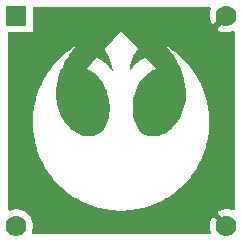
<source format=gbr>
G04 #@! TF.FileFunction,Copper,L1,Top,Signal*
%FSLAX46Y46*%
G04 Gerber Fmt 4.6, Leading zero omitted, Abs format (unit mm)*
G04 Created by KiCad (PCBNEW 4.0.7-e2-6376~61~ubuntu18.04.1) date Fri Aug 17 14:47:14 2018*
%MOMM*%
%LPD*%
G01*
G04 APERTURE LIST*
%ADD10C,0.100000*%
%ADD11R,1.778000X1.778000*%
%ADD12C,1.778000*%
G04 APERTURE END LIST*
D10*
G36*
X138882138Y-104993705D02*
X138882138Y-112491956D01*
X138938398Y-112597270D01*
X139057322Y-112609261D01*
X139213384Y-112545699D01*
X139483135Y-112494540D01*
X139757537Y-112496603D01*
X140025738Y-112552414D01*
X140277402Y-112657317D01*
X140505295Y-112811313D01*
X140698565Y-113004583D01*
X140849977Y-113232476D01*
X140954880Y-113486207D01*
X141008107Y-113755441D01*
X141003456Y-114069117D01*
X140942994Y-114336285D01*
X140907337Y-114416383D01*
X140917021Y-114537013D01*
X141023609Y-114594667D01*
X155976702Y-114594667D01*
X156080251Y-114541393D01*
X156096591Y-114426201D01*
X156026828Y-114226734D01*
X155987038Y-113954399D01*
X156003574Y-113679480D01*
X156071270Y-113411796D01*
X156171522Y-113202507D01*
X156300197Y-113160132D01*
X157071726Y-113934245D01*
X157105832Y-113996257D01*
X157286183Y-114176607D01*
X157390570Y-114213298D01*
X157493922Y-114176607D01*
X157674273Y-113996257D01*
X157710447Y-113891870D01*
X157674273Y-113789034D01*
X157493922Y-113608684D01*
X157431911Y-113574577D01*
X156657798Y-112802531D01*
X156700689Y-112671273D01*
X156794740Y-112621147D01*
X157055706Y-112529163D01*
X157328041Y-112489889D01*
X157602960Y-112505909D01*
X157870127Y-112573605D01*
X157903200Y-112590142D01*
X158026844Y-112584525D01*
X158087168Y-112476454D01*
X158087168Y-104993706D01*
X155951381Y-104993706D01*
X155957064Y-105142534D01*
X155953068Y-105389023D01*
X155941164Y-105633524D01*
X155921473Y-105875912D01*
X155894121Y-106116066D01*
X155859229Y-106353860D01*
X155816921Y-106589172D01*
X155767322Y-106821879D01*
X155710553Y-107051858D01*
X155646739Y-107278984D01*
X155576002Y-107503135D01*
X155498466Y-107724187D01*
X155414255Y-107942017D01*
X155323492Y-108156502D01*
X155226299Y-108367518D01*
X155122801Y-108574942D01*
X155013121Y-108778650D01*
X154897382Y-108978520D01*
X154775707Y-109174427D01*
X154648220Y-109366249D01*
X154515044Y-109553863D01*
X154376302Y-109737144D01*
X154232119Y-109915969D01*
X154082616Y-110090216D01*
X153927918Y-110259761D01*
X153768148Y-110424480D01*
X153603429Y-110584250D01*
X153433884Y-110738948D01*
X153259637Y-110888451D01*
X153080811Y-111032635D01*
X152897530Y-111171376D01*
X152709917Y-111304552D01*
X152518095Y-111432039D01*
X152322188Y-111553714D01*
X152122318Y-111669453D01*
X151918609Y-111779133D01*
X151711186Y-111882631D01*
X151500170Y-111979824D01*
X151285685Y-112070587D01*
X151067855Y-112154799D01*
X150846803Y-112232334D01*
X150622652Y-112303071D01*
X150395526Y-112366885D01*
X150165547Y-112423654D01*
X149932840Y-112473254D01*
X149697528Y-112515561D01*
X149459733Y-112550453D01*
X149219580Y-112577806D01*
X148977192Y-112597496D01*
X148732691Y-112609401D01*
X148486202Y-112613396D01*
X148239713Y-112609401D01*
X147995210Y-112597496D01*
X147752819Y-112577806D01*
X147512662Y-112550453D01*
X147274862Y-112515561D01*
X147039544Y-112473254D01*
X146806830Y-112423654D01*
X146576844Y-112366885D01*
X146349709Y-112303071D01*
X146125548Y-112232334D01*
X145904486Y-112154799D01*
X145686645Y-112070587D01*
X145472149Y-111979824D01*
X145261121Y-111882631D01*
X145053684Y-111779133D01*
X144849962Y-111669453D01*
X144650079Y-111553714D01*
X144454157Y-111432039D01*
X144262321Y-111304552D01*
X144074693Y-111171376D01*
X143891397Y-111032635D01*
X143712556Y-110888451D01*
X143538294Y-110738948D01*
X143368733Y-110584250D01*
X143203999Y-110424480D01*
X143044213Y-110259761D01*
X142889499Y-110090216D01*
X142739981Y-109915969D01*
X142595783Y-109737144D01*
X142457026Y-109553863D01*
X142323835Y-109366249D01*
X142196334Y-109174427D01*
X142074645Y-108978520D01*
X141958892Y-108778650D01*
X141849198Y-108574942D01*
X141745687Y-108367518D01*
X141648483Y-108156502D01*
X141557707Y-107942017D01*
X141473485Y-107724187D01*
X141395939Y-107503135D01*
X141325193Y-107278984D01*
X141261370Y-107051858D01*
X141204593Y-106821879D01*
X141154986Y-106589172D01*
X141112673Y-106353860D01*
X141077776Y-106116066D01*
X141050419Y-105875912D01*
X141030726Y-105633524D01*
X141018820Y-105389023D01*
X141014823Y-105142534D01*
X141016887Y-104993706D01*
X138882138Y-104993705D01*
X138882138Y-104993705D01*
G37*
G36*
X153971671Y-103106999D02*
X153982029Y-102855148D01*
X153979659Y-102604207D01*
X153964863Y-102354368D01*
X153937942Y-102105825D01*
X153899197Y-101858770D01*
X153848930Y-101613397D01*
X153787440Y-101369898D01*
X153715031Y-101128467D01*
X153632002Y-100889297D01*
X153538656Y-100652580D01*
X153435292Y-100418509D01*
X153322213Y-100187278D01*
X153199719Y-99959080D01*
X153068112Y-99734107D01*
X152927693Y-99512552D01*
X152778763Y-99294608D01*
X152621623Y-99080469D01*
X152456575Y-98870328D01*
X152283919Y-98664376D01*
X152287536Y-98664376D01*
X152496568Y-98793446D01*
X152700991Y-98929157D01*
X152900657Y-99071362D01*
X153095417Y-99219916D01*
X153285122Y-99374670D01*
X153469624Y-99535478D01*
X153648774Y-99702195D01*
X153822424Y-99874673D01*
X153990425Y-100052765D01*
X154152628Y-100236326D01*
X154308886Y-100425207D01*
X154459049Y-100619264D01*
X154602968Y-100818349D01*
X154740496Y-101022315D01*
X154871484Y-101231016D01*
X154995782Y-101444306D01*
X155113243Y-101662037D01*
X155223719Y-101884063D01*
X155327059Y-102110238D01*
X155423116Y-102340415D01*
X155511742Y-102574446D01*
X155592787Y-102812187D01*
X155666104Y-103053489D01*
X155731543Y-103298206D01*
X155788956Y-103546192D01*
X155838194Y-103797301D01*
X155879109Y-104051385D01*
X155911552Y-104308297D01*
X155935375Y-104567892D01*
X155946356Y-104780018D01*
X155951396Y-104993706D01*
X158087168Y-104993706D01*
X158087168Y-97510441D01*
X158026849Y-97402628D01*
X157903200Y-97397270D01*
X157870127Y-97413806D01*
X157602960Y-97480986D01*
X157328041Y-97497522D01*
X157055706Y-97457731D01*
X156794740Y-97366264D01*
X156700689Y-97316138D01*
X156657798Y-97184363D01*
X157431911Y-96412834D01*
X157493922Y-96378727D01*
X157674273Y-96198377D01*
X157710447Y-96095024D01*
X157674273Y-95990637D01*
X157493922Y-95810287D01*
X157390570Y-95774113D01*
X157286183Y-95810287D01*
X157105832Y-95990637D01*
X157071726Y-96053166D01*
X156300197Y-96827279D01*
X156171522Y-96784904D01*
X156071270Y-96575615D01*
X156003574Y-96307414D01*
X155987038Y-96032495D01*
X156026828Y-95760677D01*
X156096591Y-95561206D01*
X156080251Y-95445756D01*
X155976702Y-95392224D01*
X141023527Y-95392138D01*
X141023527Y-97495575D01*
X138882138Y-97495575D01*
X138882138Y-104993705D01*
X141016892Y-104993705D01*
X141017421Y-104947713D01*
X141025173Y-104757544D01*
X141025173Y-104753927D01*
X141036542Y-104567892D01*
X141060366Y-104308297D01*
X141092810Y-104051385D01*
X141133725Y-103797301D01*
X141182964Y-103546193D01*
X141240377Y-103298206D01*
X141305816Y-103053489D01*
X141379132Y-102812187D01*
X141460178Y-102574447D01*
X141548803Y-102340415D01*
X141644861Y-102110239D01*
X141748201Y-101884064D01*
X141858676Y-101662038D01*
X141976137Y-101444307D01*
X142100436Y-101231017D01*
X142231423Y-101022316D01*
X142368951Y-100818350D01*
X142512870Y-100619265D01*
X142663033Y-100425209D01*
X142819290Y-100236327D01*
X142981494Y-100052766D01*
X143149494Y-99874674D01*
X143323144Y-99702196D01*
X143502294Y-99535479D01*
X143686796Y-99374671D01*
X143876501Y-99219916D01*
X144071261Y-99071363D01*
X144270926Y-98929158D01*
X144475350Y-98793446D01*
X144684382Y-98664376D01*
X144688517Y-98664376D01*
X144515862Y-98870328D01*
X144350813Y-99080470D01*
X144193674Y-99294609D01*
X144044743Y-99512553D01*
X143904324Y-99734108D01*
X143772717Y-99959081D01*
X143650223Y-100187279D01*
X143537144Y-100418510D01*
X143433780Y-100652581D01*
X143340433Y-100889298D01*
X143257404Y-101128468D01*
X143184995Y-101369899D01*
X143123505Y-101613397D01*
X143073238Y-101858770D01*
X143034493Y-102105825D01*
X143007572Y-102354368D01*
X142992776Y-102604207D01*
X142990407Y-102855148D01*
X143000765Y-103106999D01*
X143027001Y-103362295D01*
X143070853Y-103614157D01*
X143131381Y-103861522D01*
X143207650Y-104103328D01*
X143298720Y-104338512D01*
X143403654Y-104566011D01*
X143521514Y-104784763D01*
X143651364Y-104993705D01*
X143802969Y-105205731D01*
X143966222Y-105403856D01*
X144140001Y-105586736D01*
X144323189Y-105753024D01*
X144514665Y-105901374D01*
X144713309Y-106030441D01*
X144918003Y-106138879D01*
X145127626Y-106225341D01*
X145341060Y-106288483D01*
X145557183Y-106326957D01*
X145557183Y-106333675D01*
X145843580Y-106328910D01*
X146101174Y-106290654D01*
X146331450Y-106222268D01*
X146535894Y-106127111D01*
X146715991Y-106008545D01*
X146873226Y-105869928D01*
X147009084Y-105714622D01*
X147125050Y-105545987D01*
X147222610Y-105367382D01*
X147303248Y-105182168D01*
X147368449Y-104993705D01*
X147441219Y-104709802D01*
X147487253Y-104437786D01*
X147511352Y-104189353D01*
X147518319Y-103976197D01*
X147510642Y-103714096D01*
X147487834Y-103454201D01*
X147450230Y-103197695D01*
X147398163Y-102945760D01*
X147331967Y-102699580D01*
X147251976Y-102460338D01*
X147158526Y-102229217D01*
X147051949Y-102007401D01*
X146932580Y-101796072D01*
X146800752Y-101596414D01*
X146656801Y-101409610D01*
X146501060Y-101236844D01*
X146333863Y-101079297D01*
X146155544Y-100938155D01*
X145966437Y-100814599D01*
X145766877Y-100709813D01*
X145557198Y-100624980D01*
X146451717Y-99632276D01*
X146619635Y-99742272D01*
X146787643Y-99850897D01*
X146955183Y-99965288D01*
X147121698Y-100092582D01*
X147286632Y-100239917D01*
X147449425Y-100414431D01*
X147609522Y-100623260D01*
X147766366Y-100873544D01*
X147759458Y-100718342D01*
X147738060Y-100536800D01*
X147701162Y-100333518D01*
X147647754Y-100113099D01*
X147576823Y-99880144D01*
X147487361Y-99639255D01*
X147378355Y-99395035D01*
X147248796Y-99152085D01*
X147097673Y-98915007D01*
X148486218Y-97373499D01*
X149874764Y-98915007D01*
X149723641Y-99152085D01*
X149594082Y-99395035D01*
X149485077Y-99639256D01*
X149395614Y-99880144D01*
X149324684Y-100113099D01*
X149271275Y-100333519D01*
X149234377Y-100536801D01*
X149212979Y-100718343D01*
X149206071Y-100873544D01*
X149362915Y-100623261D01*
X149523012Y-100414431D01*
X149685805Y-100239918D01*
X149850738Y-100092583D01*
X150017253Y-99965288D01*
X150184793Y-99850898D01*
X150352801Y-99742273D01*
X150520719Y-99632276D01*
X151414722Y-100624980D01*
X151205048Y-100709813D01*
X151005503Y-100814599D01*
X150816419Y-100938155D01*
X150638130Y-101079298D01*
X150470969Y-101236844D01*
X150315267Y-101409611D01*
X150171359Y-101596414D01*
X150039577Y-101796072D01*
X149920253Y-102007401D01*
X149813721Y-102229217D01*
X149720313Y-102460337D01*
X149640362Y-102699579D01*
X149574202Y-102945759D01*
X149522164Y-103197694D01*
X149484583Y-103454201D01*
X149461789Y-103714096D01*
X149454118Y-103976197D01*
X149458863Y-104144774D01*
X149476258Y-104344898D01*
X149511042Y-104578065D01*
X149567956Y-104845767D01*
X149651739Y-105149498D01*
X149711287Y-105314460D01*
X149792264Y-105483499D01*
X149896363Y-105651207D01*
X150025278Y-105812177D01*
X150180701Y-105961001D01*
X150364326Y-106092272D01*
X150577845Y-106200582D01*
X150822953Y-106280524D01*
X151101343Y-106326691D01*
X151414707Y-106333675D01*
X151414707Y-106326958D01*
X151630823Y-106288483D01*
X151844245Y-106225340D01*
X152053855Y-106138876D01*
X152258535Y-106030436D01*
X152457169Y-105901367D01*
X152648639Y-105753016D01*
X152831828Y-105586728D01*
X153005620Y-105403849D01*
X153168896Y-105205726D01*
X153320541Y-104993706D01*
X153450452Y-104784762D01*
X153568391Y-104566010D01*
X153673412Y-104338513D01*
X153764570Y-104103331D01*
X153840921Y-103861527D01*
X153901518Y-103614163D01*
X153945416Y-103362299D01*
X153971671Y-103106999D01*
X153971671Y-103106999D01*
G37*
D11*
X139611100Y-96113600D03*
D12*
X157391100Y-96113600D03*
X139611100Y-113893600D03*
X157391100Y-113893600D03*
M02*

</source>
